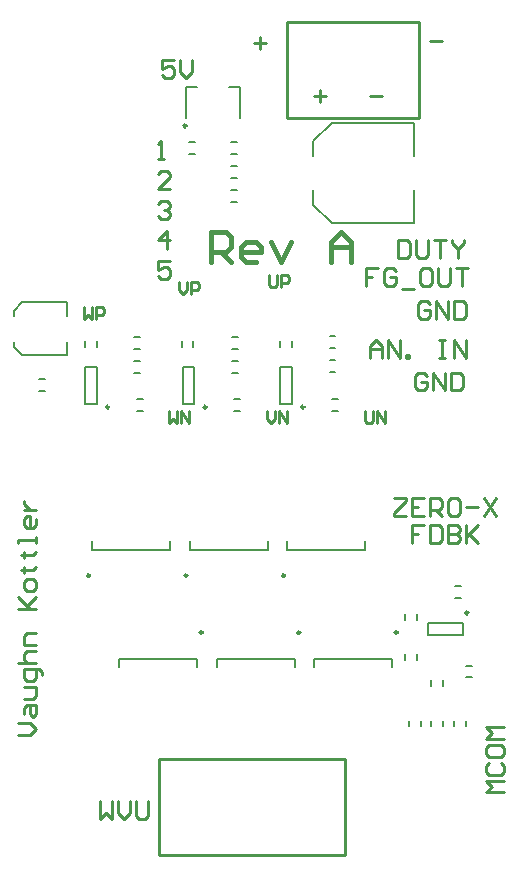
<source format=gto>
G04*
G04 #@! TF.GenerationSoftware,Altium Limited,Altium Designer,18.1.6 (161)*
G04*
G04 Layer_Color=65535*
%FSLAX25Y25*%
%MOIN*%
G70*
G01*
G75*
%ADD10C,0.00984*%
%ADD11C,0.00787*%
%ADD12C,0.01000*%
%ADD13C,0.01500*%
D10*
X176192Y283179D02*
G03*
X176192Y283179I-492J0D01*
G01*
X208692D02*
G03*
X208692Y283179I-492J0D01*
G01*
X241292D02*
G03*
X241292Y283179I-492J0D01*
G01*
X169848Y227016D02*
G03*
X169848Y227016I-492J0D01*
G01*
X202348D02*
G03*
X202348Y227016I-492J0D01*
G01*
X234848D02*
G03*
X234848Y227016I-492J0D01*
G01*
X207407Y208000D02*
G03*
X207407Y208000I-492J0D01*
G01*
X239907D02*
G03*
X239907Y208000I-492J0D01*
G01*
X272407D02*
G03*
X272407Y208000I-492J0D01*
G01*
X295979Y214613D02*
G03*
X295979Y214613I-492J0D01*
G01*
X202040Y376943D02*
G03*
X202040Y376943I-492J0D01*
G01*
D11*
X152816Y292419D02*
X154784D01*
X152816Y288481D02*
X154784D01*
X249676Y302887D02*
X251645D01*
X249676Y306824D02*
X251645D01*
X217053Y302687D02*
X219021D01*
X217053Y306624D02*
X219021D01*
X184609Y302569D02*
X186577D01*
X184609Y306505D02*
X186577D01*
X249676Y294831D02*
X251645D01*
X249676Y298768D02*
X251645D01*
X217053Y294632D02*
X219021D01*
X217053Y298569D02*
X219021D01*
X184609Y294534D02*
X186577D01*
X184609Y298471D02*
X186577D01*
X168220Y284361D02*
X172157D01*
X168220Y296565D02*
X172157D01*
Y284361D02*
Y296565D01*
X168220Y284361D02*
Y296565D01*
X200720Y284361D02*
X204657D01*
X200720Y296565D02*
X204657D01*
Y284361D02*
Y296565D01*
X200720Y284361D02*
Y296565D01*
X233320Y284361D02*
X237257D01*
X233320Y296565D02*
X237257D01*
Y284361D02*
Y296565D01*
X233320Y284361D02*
Y296565D01*
X170655Y235677D02*
Y238433D01*
Y235677D02*
X196639D01*
Y238433D01*
X203155Y235677D02*
Y238433D01*
Y235677D02*
X229139D01*
Y238433D01*
X235655Y235677D02*
Y238433D01*
Y235677D02*
X261639D01*
Y238433D01*
X168220Y303253D02*
Y305221D01*
X172157Y303253D02*
Y305221D01*
X200379Y303253D02*
Y305221D01*
X204316Y303253D02*
Y305221D01*
X233320Y303253D02*
Y305221D01*
X237257Y303253D02*
Y305221D01*
X291131Y176716D02*
Y178684D01*
X295069Y176716D02*
Y178684D01*
X283631Y176716D02*
Y178684D01*
X287568Y176716D02*
Y178684D01*
X276132Y176716D02*
Y178684D01*
X280068Y176716D02*
Y178684D01*
X205616Y196583D02*
Y199339D01*
X179631D02*
X205616D01*
X179631Y196583D02*
Y199339D01*
X238116Y196583D02*
Y199339D01*
X212132D02*
X238116D01*
X212132Y196583D02*
Y199339D01*
X270616Y196583D02*
Y199339D01*
X244632D02*
X270616D01*
X244632Y196583D02*
Y199339D01*
X185479Y281832D02*
X187447D01*
X185479Y285769D02*
X187447D01*
X217979Y281832D02*
X219947D01*
X217979Y285769D02*
X219947D01*
X250579Y282031D02*
X252547D01*
X250579Y285968D02*
X252547D01*
X274972Y198840D02*
Y200809D01*
X278909Y198840D02*
Y200809D01*
X274972Y212209D02*
Y214177D01*
X278909Y212209D02*
Y214177D01*
X291416Y219431D02*
X293384D01*
X291416Y223369D02*
X293384D01*
X283631Y190116D02*
Y192084D01*
X287568Y190116D02*
Y192084D01*
X282494Y207231D02*
X294305D01*
X282494Y211169D02*
X294305D01*
X282494Y207231D02*
Y211169D01*
X294305Y207231D02*
Y211169D01*
X295053Y193069D02*
X297021D01*
X295053Y197005D02*
X297021D01*
X250402Y344368D02*
X277765D01*
Y355391D01*
Y366809D02*
Y377832D01*
X250402D02*
X277765D01*
X244300Y350470D02*
Y355391D01*
Y350470D02*
X250402Y344368D01*
X244300Y371730D02*
X250402Y377832D01*
X244300Y366809D02*
Y371730D01*
X201745Y379502D02*
Y389738D01*
X205485D01*
X219855Y379502D02*
Y389738D01*
X216115D02*
X219855D01*
X202816Y367563D02*
X204784D01*
X202816Y371500D02*
X204784D01*
X216753D02*
X218721D01*
X216753Y367563D02*
X218721D01*
X216816Y363500D02*
X218784D01*
X216816Y359563D02*
X218784D01*
X216816Y355500D02*
X218784D01*
X216816Y351563D02*
X218784D01*
X147196Y300442D02*
X162058D01*
Y304969D01*
Y313631D02*
Y318158D01*
X147196D02*
X162058D01*
X144342Y303296D02*
Y304969D01*
Y303296D02*
X147196Y300442D01*
X144342Y315304D02*
X147196Y318158D01*
X144342Y313631D02*
Y315304D01*
D12*
X255000Y134000D02*
Y166000D01*
X193000D02*
X255000D01*
X193000Y134000D02*
X255000D01*
X193000D02*
Y166000D01*
X235532Y379600D02*
Y411600D01*
Y379600D02*
X279532D01*
X235532Y411600D02*
X279532D01*
Y379600D02*
Y411600D01*
X196599Y331798D02*
X192600D01*
Y328799D01*
X194599Y329799D01*
X195599D01*
X196599Y328799D01*
Y326800D01*
X195599Y325800D01*
X193600D01*
X192600Y326800D01*
X195599Y335800D02*
Y341798D01*
X192600Y338799D01*
X196599D01*
X192600Y350798D02*
X193600Y351798D01*
X195599D01*
X196599Y350798D01*
Y349799D01*
X195599Y348799D01*
X194599D01*
X195599D01*
X196599Y347799D01*
Y346800D01*
X195599Y345800D01*
X193600D01*
X192600Y346800D01*
X196599Y355800D02*
X192600D01*
X196599Y359799D01*
Y360798D01*
X195599Y361798D01*
X193600D01*
X192600Y360798D01*
Y365800D02*
X194599D01*
X193600D01*
Y371798D01*
X192600Y370798D01*
X283093Y405299D02*
X287092D01*
X224493Y404399D02*
X228492D01*
X226492Y406398D02*
Y402400D01*
X146002Y173800D02*
X150001D01*
X152000Y175799D01*
X150001Y177799D01*
X146002D01*
X148001Y180798D02*
Y182797D01*
X149001Y183797D01*
X152000D01*
Y180798D01*
X151000Y179798D01*
X150001Y180798D01*
Y183797D01*
X148001Y185796D02*
X151000D01*
X152000Y186796D01*
Y189795D01*
X148001D01*
X153999Y193793D02*
Y194793D01*
X153000Y195793D01*
X148001D01*
Y192794D01*
X149001Y191794D01*
X151000D01*
X152000Y192794D01*
Y195793D01*
X146002Y197792D02*
X152000D01*
X149001D01*
X148001Y198792D01*
Y200791D01*
X149001Y201791D01*
X152000D01*
Y203790D02*
X148001D01*
Y206789D01*
X149001Y207789D01*
X152000D01*
X146002Y215786D02*
X152000D01*
X150001D01*
X146002Y219785D01*
X149001Y216786D01*
X152000Y219785D01*
Y222784D02*
Y224783D01*
X151000Y225783D01*
X149001D01*
X148001Y224783D01*
Y222784D01*
X149001Y221784D01*
X151000D01*
X152000Y222784D01*
X147002Y228782D02*
X148001D01*
Y227783D01*
Y229782D01*
Y228782D01*
X151000D01*
X152000Y229782D01*
X147002Y233781D02*
X148001D01*
Y232781D01*
Y234780D01*
Y233781D01*
X151000D01*
X152000Y234780D01*
Y237779D02*
Y239779D01*
Y238779D01*
X146002D01*
Y237779D01*
X152000Y245777D02*
Y243777D01*
X151000Y242778D01*
X149001D01*
X148001Y243777D01*
Y245777D01*
X149001Y246776D01*
X150001D01*
Y242778D01*
X148001Y248776D02*
X152000D01*
X150001D01*
X149001Y249775D01*
X148001Y250775D01*
Y251775D01*
X307800Y154700D02*
X301802D01*
X303801Y156699D01*
X301802Y158699D01*
X307800D01*
X302802Y164697D02*
X301802Y163697D01*
Y161698D01*
X302802Y160698D01*
X306800D01*
X307800Y161698D01*
Y163697D01*
X306800Y164697D01*
X301802Y169695D02*
Y167696D01*
X302802Y166696D01*
X306800D01*
X307800Y167696D01*
Y169695D01*
X306800Y170695D01*
X302802D01*
X301802Y169695D01*
X307800Y172694D02*
X301802D01*
X303801Y174694D01*
X301802Y176693D01*
X307800D01*
X167700Y316399D02*
Y312400D01*
X169033Y313733D01*
X170366Y312400D01*
Y316399D01*
X171699Y312400D02*
Y316399D01*
X173698D01*
X174364Y315732D01*
Y314399D01*
X173698Y313733D01*
X171699D01*
X229400Y327099D02*
Y323766D01*
X230066Y323100D01*
X231399D01*
X232066Y323766D01*
Y327099D01*
X233399Y323100D02*
Y327099D01*
X235398D01*
X236065Y326432D01*
Y325099D01*
X235398Y324433D01*
X233399D01*
X199500Y324899D02*
Y322233D01*
X200833Y320900D01*
X202166Y322233D01*
Y324899D01*
X203499Y320900D02*
Y324899D01*
X205498D01*
X206165Y324232D01*
Y322899D01*
X205498Y322233D01*
X203499D01*
X261600Y281999D02*
Y278666D01*
X262266Y278000D01*
X263599D01*
X264266Y278666D01*
Y281999D01*
X265599Y278000D02*
Y281999D01*
X268265Y278000D01*
Y281999D01*
X228900D02*
Y279333D01*
X230233Y278000D01*
X231566Y279333D01*
Y281999D01*
X232899Y278000D02*
Y281999D01*
X235564Y278000D01*
Y281999D01*
X196200D02*
Y278000D01*
X197533Y279333D01*
X198866Y278000D01*
Y281999D01*
X200199Y278000D02*
Y281999D01*
X202865Y278000D01*
Y281999D01*
X263200Y386899D02*
X267199D01*
X244400Y386799D02*
X248399D01*
X246399Y388798D02*
Y384800D01*
X197699Y398898D02*
X193700D01*
Y395899D01*
X195699Y396899D01*
X196699D01*
X197699Y395899D01*
Y393900D01*
X196699Y392900D01*
X194700D01*
X193700Y393900D01*
X199698Y398898D02*
Y394899D01*
X201697Y392900D01*
X203697Y394899D01*
Y398898D01*
X282099Y293698D02*
X281099Y294698D01*
X279100D01*
X278100Y293698D01*
Y289700D01*
X279100Y288700D01*
X281099D01*
X282099Y289700D01*
Y291699D01*
X280099D01*
X284098Y288700D02*
Y294698D01*
X288097Y288700D01*
Y294698D01*
X290096D02*
Y288700D01*
X293095D01*
X294095Y289700D01*
Y293698D01*
X293095Y294698D01*
X290096D01*
X263100Y299400D02*
Y303399D01*
X265099Y305398D01*
X267099Y303399D01*
Y299400D01*
Y302399D01*
X263100D01*
X269098Y299400D02*
Y305398D01*
X273097Y299400D01*
Y305398D01*
X275096Y299400D02*
Y300400D01*
X276096D01*
Y299400D01*
X275096D01*
X286093Y305398D02*
X288092D01*
X287092D01*
Y299400D01*
X286093D01*
X288092D01*
X291091D02*
Y305398D01*
X295090Y299400D01*
Y305398D01*
X283299Y317598D02*
X282299Y318598D01*
X280300D01*
X279300Y317598D01*
Y313600D01*
X280300Y312600D01*
X282299D01*
X283299Y313600D01*
Y315599D01*
X281299D01*
X285298Y312600D02*
Y318598D01*
X289297Y312600D01*
Y318598D01*
X291296D02*
Y312600D01*
X294295D01*
X295295Y313600D01*
Y317598D01*
X294295Y318598D01*
X291296D01*
X265699Y329398D02*
X261700D01*
Y326399D01*
X263699D01*
X261700D01*
Y323400D01*
X271697Y328398D02*
X270697Y329398D01*
X268698D01*
X267698Y328398D01*
Y324400D01*
X268698Y323400D01*
X270697D01*
X271697Y324400D01*
Y326399D01*
X269697D01*
X273696Y322400D02*
X277695D01*
X282693Y329398D02*
X280694D01*
X279694Y328398D01*
Y324400D01*
X280694Y323400D01*
X282693D01*
X283693Y324400D01*
Y328398D01*
X282693Y329398D01*
X285692D02*
Y324400D01*
X286692Y323400D01*
X288691D01*
X289691Y324400D01*
Y329398D01*
X291690D02*
X295689D01*
X293690D01*
Y323400D01*
X272500Y338898D02*
Y332900D01*
X275499D01*
X276499Y333900D01*
Y337898D01*
X275499Y338898D01*
X272500D01*
X278498D02*
Y333900D01*
X279498Y332900D01*
X281497D01*
X282497Y333900D01*
Y338898D01*
X284496D02*
X288495D01*
X286495D01*
Y332900D01*
X290494Y338898D02*
Y337898D01*
X292494Y335899D01*
X294493Y337898D01*
Y338898D01*
X292494Y335899D02*
Y332900D01*
X281281Y243798D02*
X277282D01*
Y240799D01*
X279281D01*
X277282D01*
Y237800D01*
X283280Y243798D02*
Y237800D01*
X286279D01*
X287279Y238800D01*
Y242798D01*
X286279Y243798D01*
X283280D01*
X289278D02*
Y237800D01*
X292277D01*
X293277Y238800D01*
Y239799D01*
X292277Y240799D01*
X289278D01*
X292277D01*
X293277Y241799D01*
Y242798D01*
X292277Y243798D01*
X289278D01*
X295276D02*
Y237800D01*
Y239799D01*
X299275Y243798D01*
X296276Y240799D01*
X299275Y237800D01*
X271200Y252998D02*
X275199D01*
Y251998D01*
X271200Y248000D01*
Y247000D01*
X275199D01*
X281197Y252998D02*
X277198D01*
Y247000D01*
X281197D01*
X277198Y249999D02*
X279197D01*
X283196Y247000D02*
Y252998D01*
X286195D01*
X287195Y251998D01*
Y249999D01*
X286195Y248999D01*
X283196D01*
X285195D02*
X287195Y247000D01*
X292193Y252998D02*
X290194D01*
X289194Y251998D01*
Y248000D01*
X290194Y247000D01*
X292193D01*
X293193Y248000D01*
Y251998D01*
X292193Y252998D01*
X295192Y249999D02*
X299191D01*
X301190Y252998D02*
X305189Y247000D01*
Y252998D02*
X301190Y247000D01*
X173200Y151998D02*
Y146000D01*
X175199Y147999D01*
X177199Y146000D01*
Y151998D01*
X179198D02*
Y147999D01*
X181197Y146000D01*
X183197Y147999D01*
Y151998D01*
X185196D02*
Y147000D01*
X186196Y146000D01*
X188195D01*
X189195Y147000D01*
Y151998D01*
D13*
X210200Y331600D02*
Y341597D01*
X215198D01*
X216864Y339931D01*
Y336598D01*
X215198Y334932D01*
X210200D01*
X213532D02*
X216864Y331600D01*
X225195D02*
X221863D01*
X220197Y333266D01*
Y336598D01*
X221863Y338264D01*
X225195D01*
X226861Y336598D01*
Y334932D01*
X220197D01*
X230193Y338264D02*
X233526Y331600D01*
X236858Y338264D01*
X250187Y331600D02*
Y338264D01*
X253519Y341597D01*
X256852Y338264D01*
Y331600D01*
Y336598D01*
X250187D01*
M02*

</source>
